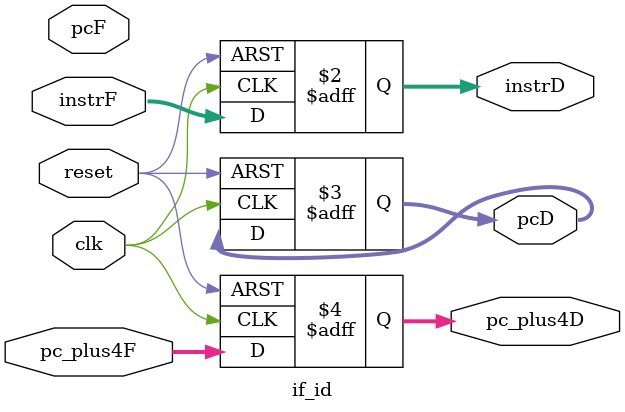
<source format=v>
`timescale 1ns / 1ps


module if_id(
    input wire clk,
    input wire reset,
    
    input wire [31:0] instrF, pcF, pc_plus4F,
    output reg [31:0] instrD, pcD, pc_plus4D
);
    always @(posedge clk or posedge reset) begin
        if (reset) begin
            instrD <= 0;
            pcD <= 0;
            pc_plus4D <= 0;
        end
        else begin
            instrD <= instrF;
            pcD <= pcD;
            pc_plus4D <= pc_plus4F;
        end
    end
endmodule

</source>
